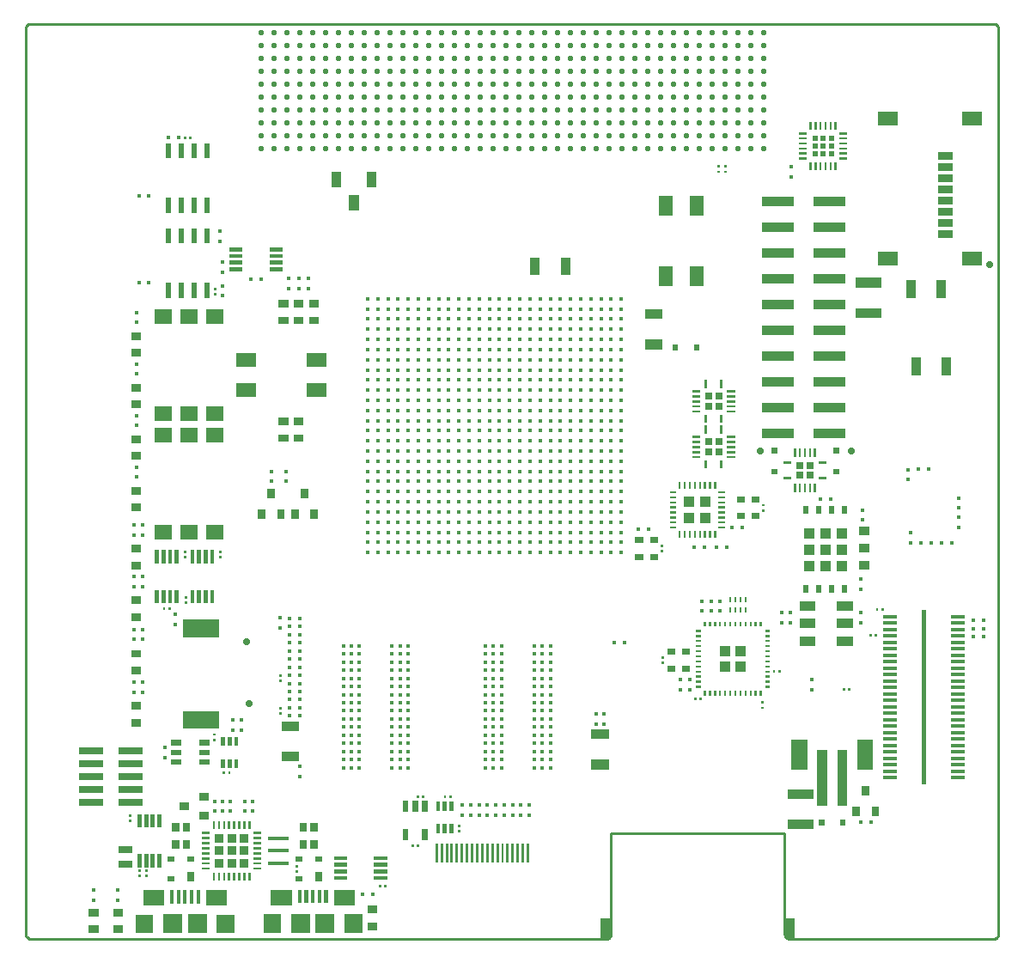
<source format=gbr>
*
%FSLAX26Y26*%
%MOIN*%
%ADD10C,0.015717*%
%ADD11R,0.007843X0.007843*%
%ADD12R,0.042094X0.042094*%
%ADD13R,0.040520X0.040520*%
%ADD14R,0.037370X0.037370*%
%ADD15R,0.009024X0.009024*%
%ADD16R,0.017685X0.017685*%
%ADD17R,0.021000X0.021000*%
%ADD18R,0.029496X0.029496*%
%ADD19R,0.014000X0.014000*%
%ADD20R,0.018000X0.018000*%
%ADD21R,0.009811X0.009811*%
%ADD22R,0.013748X0.013748*%
%ADD23R,0.060992X0.060992*%
%ADD24R,0.068866X0.068866*%
%ADD25R,0.072803X0.072803*%
%ADD26R,0.055087X0.055087*%
%ADD27R,0.033400X0.033400*%
%ADD28R,0.053118X0.053118*%
%ADD29C,0.028000*%
%ADD30R,0.029000X0.029000*%
%ADD31R,0.021622X0.021622*%
%ADD32R,0.015717X0.015717*%
%ADD33R,0.008630X0.008630*%
%ADD34R,0.032449X0.032449*%
%ADD35R,0.027528X0.027528*%
%ADD36R,0.019260X0.019260*%
%ADD37R,0.025559X0.025559*%
%ADD38R,0.057843X0.057843*%
%ADD39R,0.023591X0.023591*%
%ADD40R,0.039370X0.039370*%
%ADD41R,0.020047X0.020047*%
%ADD42C,0.023000*%
%ADD43R,0.027134X0.027134*%
%ADD44C,0.010000*%
%IPPOS*%
%LNciaa_acc-f.paste.gbr*%
%LPD*%
G75*
G54D10*
X02507874Y-03232283D03*
Y-03192913D03*
Y-03153543D03*
Y-03114173D03*
Y-03074803D03*
Y-03035433D03*
Y-02996063D03*
Y-02956693D03*
Y-02917323D03*
Y-02877953D03*
Y-02838583D03*
Y-02799213D03*
Y-02759843D03*
Y-02720472D03*
Y-02681102D03*
Y-02641732D03*
Y-02602362D03*
Y-02562992D03*
Y-02523622D03*
Y-02484252D03*
Y-02444882D03*
Y-02405512D03*
Y-02366142D03*
Y-02326772D03*
Y-02287402D03*
Y-02248031D03*
X02547244Y-03232283D03*
Y-03192913D03*
Y-03153543D03*
Y-03114173D03*
Y-03074803D03*
Y-03035433D03*
Y-02996063D03*
Y-02956693D03*
Y-02917323D03*
Y-02877953D03*
Y-02838583D03*
Y-02799213D03*
Y-02759843D03*
Y-02720472D03*
Y-02681102D03*
Y-02641732D03*
Y-02602362D03*
Y-02562992D03*
Y-02523622D03*
Y-02484252D03*
Y-02444882D03*
Y-02405512D03*
Y-02366142D03*
Y-02326772D03*
Y-02287402D03*
Y-02248031D03*
X02586614Y-03232283D03*
Y-03192913D03*
Y-03153543D03*
Y-03114173D03*
Y-03074803D03*
Y-03035433D03*
Y-02996063D03*
Y-02956693D03*
Y-02917323D03*
Y-02877953D03*
Y-02838583D03*
Y-02799213D03*
Y-02759843D03*
Y-02720472D03*
Y-02681102D03*
Y-02641732D03*
Y-02602362D03*
Y-02562992D03*
Y-02523622D03*
Y-02484252D03*
Y-02444882D03*
Y-02405512D03*
Y-02366142D03*
Y-02326772D03*
Y-02287402D03*
Y-02248031D03*
X02625984Y-03232283D03*
Y-03192913D03*
Y-03153543D03*
Y-03114173D03*
Y-03074803D03*
Y-03035433D03*
Y-02996063D03*
Y-02956693D03*
Y-02917323D03*
Y-02877953D03*
Y-02838583D03*
Y-02799213D03*
Y-02759843D03*
Y-02720472D03*
Y-02681102D03*
Y-02641732D03*
Y-02602362D03*
Y-02562992D03*
Y-02523622D03*
Y-02484252D03*
Y-02444882D03*
Y-02405512D03*
Y-02366142D03*
Y-02326772D03*
Y-02287402D03*
Y-02248031D03*
X02665354Y-03232283D03*
Y-03192913D03*
Y-03153543D03*
Y-03114173D03*
Y-03074803D03*
Y-03035433D03*
Y-02996063D03*
Y-02956693D03*
Y-02917323D03*
Y-02877953D03*
Y-02838583D03*
Y-02799213D03*
Y-02759843D03*
Y-02720472D03*
Y-02681102D03*
Y-02641732D03*
Y-02602362D03*
Y-02562992D03*
Y-02523622D03*
Y-02484252D03*
Y-02444882D03*
Y-02405512D03*
Y-02366142D03*
Y-02326772D03*
Y-02287402D03*
Y-02248031D03*
X02704724Y-03232283D03*
Y-03192913D03*
Y-03153543D03*
Y-03114173D03*
Y-03074803D03*
Y-03035433D03*
Y-02996063D03*
Y-02956693D03*
Y-02917323D03*
Y-02877953D03*
Y-02838583D03*
Y-02799213D03*
Y-02759843D03*
Y-02720472D03*
Y-02681102D03*
Y-02641732D03*
Y-02602362D03*
Y-02562992D03*
Y-02523622D03*
Y-02484252D03*
Y-02444882D03*
Y-02405512D03*
Y-02366142D03*
Y-02326772D03*
Y-02287402D03*
Y-02248031D03*
X02744094Y-03232283D03*
Y-03192913D03*
Y-03153543D03*
Y-03114173D03*
Y-03074803D03*
Y-03035433D03*
Y-02996063D03*
Y-02956693D03*
Y-02917323D03*
Y-02877953D03*
Y-02838583D03*
Y-02799213D03*
Y-02759843D03*
Y-02720472D03*
Y-02681102D03*
Y-02641732D03*
Y-02602362D03*
Y-02562992D03*
Y-02523622D03*
Y-02484252D03*
Y-02444882D03*
Y-02405512D03*
Y-02366142D03*
Y-02326772D03*
Y-02287402D03*
Y-02248031D03*
X02783465Y-03232283D03*
Y-03192913D03*
Y-03153543D03*
Y-03114173D03*
Y-03074803D03*
Y-03035433D03*
Y-02996063D03*
Y-02956693D03*
Y-02917323D03*
Y-02877953D03*
Y-02838583D03*
Y-02799213D03*
Y-02759843D03*
Y-02720472D03*
Y-02681102D03*
Y-02641732D03*
Y-02602362D03*
Y-02562992D03*
Y-02523622D03*
Y-02484252D03*
Y-02444882D03*
Y-02405512D03*
Y-02366142D03*
Y-02326772D03*
Y-02287402D03*
Y-02248031D03*
X02822835Y-03232283D03*
Y-03192913D03*
Y-03153543D03*
Y-03114173D03*
Y-03074803D03*
Y-03035433D03*
Y-02996063D03*
Y-02956693D03*
Y-02917323D03*
Y-02877953D03*
Y-02838583D03*
Y-02799213D03*
Y-02759843D03*
Y-02720472D03*
Y-02681102D03*
Y-02641732D03*
Y-02602362D03*
Y-02562992D03*
Y-02523622D03*
Y-02484252D03*
Y-02444882D03*
Y-02405512D03*
Y-02366142D03*
Y-02326772D03*
Y-02287402D03*
Y-02248031D03*
X02862205Y-03232283D03*
Y-03192913D03*
Y-03153543D03*
Y-03114173D03*
Y-03074803D03*
Y-03035433D03*
Y-02996063D03*
Y-02956693D03*
Y-02917323D03*
Y-02877953D03*
Y-02838583D03*
Y-02799213D03*
Y-02759843D03*
Y-02720472D03*
Y-02681102D03*
Y-02641732D03*
Y-02602362D03*
Y-02562992D03*
Y-02523622D03*
Y-02484252D03*
Y-02444882D03*
Y-02405512D03*
Y-02366142D03*
Y-02326772D03*
Y-02287402D03*
Y-02248031D03*
X02901575Y-03232283D03*
Y-03192913D03*
Y-03153543D03*
Y-03114173D03*
Y-03074803D03*
Y-03035433D03*
Y-02996063D03*
Y-02956693D03*
Y-02917323D03*
Y-02877953D03*
Y-02838583D03*
Y-02799213D03*
Y-02759843D03*
Y-02720472D03*
Y-02681102D03*
Y-02641732D03*
Y-02602362D03*
Y-02562992D03*
Y-02523622D03*
Y-02484252D03*
Y-02444882D03*
Y-02405512D03*
Y-02366142D03*
Y-02326772D03*
Y-02287402D03*
Y-02248031D03*
X02940945Y-03232283D03*
Y-03192913D03*
Y-03153543D03*
Y-03114173D03*
Y-03074803D03*
Y-03035433D03*
Y-02996063D03*
Y-02956693D03*
Y-02917323D03*
Y-02877953D03*
Y-02838583D03*
Y-02799213D03*
Y-02759843D03*
Y-02720472D03*
Y-02681102D03*
Y-02641732D03*
Y-02602362D03*
Y-02562992D03*
Y-02523622D03*
Y-02484252D03*
Y-02444882D03*
Y-02405512D03*
Y-02366142D03*
Y-02326772D03*
Y-02287402D03*
Y-02248031D03*
X02980315Y-03232283D03*
Y-03192913D03*
Y-03153543D03*
Y-03114173D03*
Y-03074803D03*
Y-03035433D03*
Y-02996063D03*
Y-02956693D03*
Y-02917323D03*
Y-02877953D03*
Y-02838583D03*
Y-02799213D03*
Y-02759843D03*
Y-02720472D03*
Y-02681102D03*
Y-02641732D03*
Y-02602362D03*
Y-02562992D03*
Y-02523622D03*
Y-02484252D03*
Y-02444882D03*
Y-02405512D03*
Y-02366142D03*
Y-02326772D03*
Y-02287402D03*
Y-02248031D03*
X03019685Y-03232283D03*
Y-03192913D03*
Y-03153543D03*
Y-03114173D03*
Y-03074803D03*
Y-03035433D03*
Y-02996063D03*
Y-02956693D03*
Y-02917323D03*
Y-02877953D03*
Y-02838583D03*
Y-02799213D03*
Y-02759843D03*
Y-02720472D03*
Y-02681102D03*
Y-02641732D03*
Y-02602362D03*
Y-02562992D03*
Y-02523622D03*
Y-02484252D03*
Y-02444882D03*
Y-02405512D03*
Y-02366142D03*
Y-02326772D03*
Y-02287402D03*
Y-02248031D03*
X03059055Y-03232283D03*
Y-03192913D03*
Y-03153543D03*
Y-03114173D03*
Y-03074803D03*
Y-03035433D03*
Y-02996063D03*
Y-02956693D03*
Y-02917323D03*
Y-02877953D03*
Y-02838583D03*
Y-02799213D03*
Y-02759843D03*
Y-02720472D03*
Y-02681102D03*
Y-02641732D03*
Y-02602362D03*
Y-02562992D03*
Y-02523622D03*
Y-02484252D03*
Y-02444882D03*
Y-02405512D03*
Y-02366142D03*
Y-02326772D03*
Y-02287402D03*
Y-02248031D03*
X03098425Y-03232283D03*
Y-03192913D03*
Y-03153543D03*
Y-03114173D03*
Y-03074803D03*
Y-03035433D03*
Y-02996063D03*
Y-02956693D03*
Y-02917323D03*
Y-02877953D03*
Y-02838583D03*
Y-02799213D03*
Y-02759843D03*
Y-02720472D03*
Y-02681102D03*
Y-02641732D03*
Y-02602362D03*
Y-02562992D03*
Y-02523622D03*
Y-02484252D03*
Y-02444882D03*
Y-02405512D03*
Y-02366142D03*
Y-02326772D03*
Y-02287402D03*
Y-02248031D03*
X03137795Y-03232283D03*
Y-03192913D03*
Y-03153543D03*
Y-03114173D03*
Y-03074803D03*
Y-03035433D03*
Y-02996063D03*
Y-02956693D03*
Y-02917323D03*
Y-02877953D03*
Y-02838583D03*
Y-02799213D03*
Y-02759843D03*
Y-02720472D03*
Y-02681102D03*
Y-02641732D03*
Y-02602362D03*
Y-02562992D03*
Y-02523622D03*
Y-02484252D03*
Y-02444882D03*
Y-02405512D03*
Y-02366142D03*
Y-02326772D03*
Y-02287402D03*
Y-02248031D03*
X03177165Y-03232283D03*
Y-03192913D03*
Y-03153543D03*
Y-03114173D03*
Y-03074803D03*
Y-03035433D03*
Y-02996063D03*
Y-02956693D03*
Y-02917323D03*
Y-02877953D03*
Y-02838583D03*
Y-02799213D03*
Y-02759843D03*
Y-02720472D03*
Y-02681102D03*
Y-02641732D03*
Y-02602362D03*
Y-02562992D03*
Y-02523622D03*
Y-02484252D03*
Y-02444882D03*
Y-02405512D03*
Y-02366142D03*
Y-02326772D03*
Y-02287402D03*
Y-02248031D03*
X03216535Y-03232283D03*
Y-03192913D03*
Y-03153543D03*
Y-03114173D03*
Y-03074803D03*
Y-03035433D03*
Y-02996063D03*
Y-02956693D03*
Y-02917323D03*
Y-02877953D03*
Y-02838583D03*
Y-02799213D03*
Y-02759843D03*
Y-02720472D03*
Y-02681102D03*
Y-02641732D03*
Y-02602362D03*
Y-02562992D03*
Y-02523622D03*
Y-02484252D03*
Y-02444882D03*
Y-02405512D03*
Y-02366142D03*
Y-02326772D03*
Y-02287402D03*
Y-02248031D03*
X03255906Y-03232283D03*
Y-03192913D03*
Y-03153543D03*
Y-03114173D03*
Y-03074803D03*
Y-03035433D03*
Y-02996063D03*
Y-02956693D03*
Y-02917323D03*
Y-02877953D03*
Y-02838583D03*
Y-02799213D03*
Y-02759843D03*
Y-02720472D03*
Y-02681102D03*
Y-02641732D03*
Y-02602362D03*
Y-02562992D03*
Y-02523622D03*
Y-02484252D03*
Y-02444882D03*
Y-02405512D03*
Y-02366142D03*
Y-02326772D03*
Y-02287402D03*
Y-02248031D03*
X03295276Y-03232283D03*
Y-03192913D03*
Y-03153543D03*
Y-03114173D03*
Y-03074803D03*
Y-03035433D03*
Y-02996063D03*
Y-02956693D03*
Y-02917323D03*
Y-02877953D03*
Y-02838583D03*
Y-02799213D03*
Y-02759843D03*
Y-02720472D03*
Y-02681102D03*
Y-02641732D03*
Y-02602362D03*
Y-02562992D03*
Y-02523622D03*
Y-02484252D03*
Y-02444882D03*
Y-02405512D03*
Y-02366142D03*
Y-02326772D03*
Y-02287402D03*
Y-02248031D03*
X03334646Y-03232283D03*
Y-03192913D03*
Y-03153543D03*
Y-03114173D03*
Y-03074803D03*
Y-03035433D03*
Y-02996063D03*
Y-02956693D03*
Y-02917323D03*
Y-02877953D03*
Y-02838583D03*
Y-02799213D03*
Y-02759843D03*
Y-02720472D03*
Y-02681102D03*
Y-02641732D03*
Y-02602362D03*
Y-02562992D03*
Y-02523622D03*
Y-02484252D03*
Y-02444882D03*
Y-02405512D03*
Y-02366142D03*
Y-02326772D03*
Y-02287402D03*
Y-02248031D03*
X03374016Y-03232283D03*
Y-03192913D03*
Y-03153543D03*
Y-03114173D03*
Y-03074803D03*
Y-03035433D03*
Y-02996063D03*
Y-02956693D03*
Y-02917323D03*
Y-02877953D03*
Y-02838583D03*
Y-02799213D03*
Y-02759843D03*
Y-02720472D03*
Y-02681102D03*
Y-02641732D03*
Y-02602362D03*
Y-02562992D03*
Y-02523622D03*
Y-02484252D03*
Y-02444882D03*
Y-02405512D03*
Y-02366142D03*
Y-02326772D03*
Y-02287402D03*
Y-02248031D03*
X03413386Y-03232283D03*
Y-03192913D03*
Y-03153543D03*
Y-03114173D03*
Y-03074803D03*
Y-03035433D03*
Y-02996063D03*
Y-02956693D03*
Y-02917323D03*
Y-02877953D03*
Y-02838583D03*
Y-02799213D03*
Y-02759843D03*
Y-02720472D03*
Y-02681102D03*
Y-02641732D03*
Y-02602362D03*
Y-02562992D03*
Y-02523622D03*
Y-02484252D03*
Y-02444882D03*
Y-02405512D03*
Y-02366142D03*
Y-02326772D03*
Y-02287402D03*
Y-02248031D03*
X03452756Y-03232283D03*
Y-03192913D03*
Y-03153543D03*
Y-03114173D03*
Y-03074803D03*
Y-03035433D03*
Y-02996063D03*
Y-02956693D03*
Y-02917323D03*
Y-02877953D03*
Y-02838583D03*
Y-02799213D03*
Y-02759843D03*
Y-02720472D03*
Y-02681102D03*
Y-02641732D03*
Y-02602362D03*
Y-02562992D03*
Y-02523622D03*
Y-02484252D03*
Y-02444882D03*
Y-02405512D03*
Y-02366142D03*
Y-02326772D03*
Y-02287402D03*
Y-02248031D03*
X03492126Y-03232283D03*
Y-03192913D03*
Y-03153543D03*
Y-03114173D03*
Y-03074803D03*
Y-03035433D03*
Y-02996063D03*
Y-02956693D03*
Y-02917323D03*
Y-02877953D03*
Y-02838583D03*
Y-02799213D03*
Y-02759843D03*
Y-02720472D03*
Y-02681102D03*
Y-02641732D03*
Y-02602362D03*
Y-02562992D03*
Y-02523622D03*
Y-02484252D03*
Y-02444882D03*
Y-02405512D03*
Y-02366142D03*
Y-02326772D03*
Y-02287402D03*
Y-02248031D03*
X02413386Y-03594488D03*
X02444882D03*
X02476378D03*
X02602362D03*
X02633858D03*
X02665354D03*
X02413386Y-03625984D03*
X02444882D03*
X02476378D03*
X02602362D03*
X02633858D03*
X02665354D03*
X02413386Y-03657480D03*
X02444882D03*
X02476378D03*
X02602362D03*
X02633858D03*
X02665354D03*
X02413386Y-03688976D03*
X02444882D03*
X02476378D03*
X02602362D03*
X02633858D03*
X02665354D03*
X02413386Y-03720472D03*
X02444882D03*
X02476378D03*
X02602362D03*
X02633858D03*
X02665354D03*
X02413386Y-03751969D03*
X02444882D03*
X02476378D03*
X02602362D03*
X02633858D03*
X02665354D03*
X02413386Y-03783465D03*
X02444882D03*
X02476378D03*
X02602362D03*
X02633858D03*
X02665354D03*
X02413386Y-03814961D03*
X02444882D03*
X02476378D03*
X02602362D03*
X02633858D03*
X02665354D03*
X02413386Y-03846457D03*
X02444882D03*
X02476378D03*
X02602362D03*
X02633858D03*
X02665354D03*
X02413386Y-03877953D03*
X02444882D03*
X02476378D03*
X02602362D03*
X02633858D03*
X02665354D03*
X02413386Y-03909449D03*
X02444882D03*
X02476378D03*
X02602362D03*
X02633858D03*
X02665354D03*
X02413386Y-03940945D03*
X02444882D03*
X02476378D03*
X02602362D03*
X02633858D03*
X02665354D03*
X02413386Y-03972441D03*
X02444882D03*
X02476378D03*
X02602362D03*
X02633858D03*
X02665354D03*
X02413386Y-04003937D03*
X02444882D03*
X02476378D03*
X02602362D03*
X02633858D03*
X02665354D03*
X02413386Y-04035433D03*
X02444882D03*
X02476378D03*
X02602362D03*
X02633858D03*
X02665354D03*
X02413386Y-04066929D03*
X02444882D03*
X02476378D03*
X02602362D03*
X02633858D03*
X02665354D03*
X02964567Y-03594488D03*
X02996063D03*
X03027559D03*
X03153543D03*
X03185039D03*
X03216535D03*
X02964567Y-03625984D03*
X02996063D03*
X03027559D03*
X03153543D03*
X03185039D03*
X03216535D03*
X02964567Y-03657480D03*
X02996063D03*
X03027559D03*
X03153543D03*
X03185039D03*
X03216535D03*
X02964567Y-03688976D03*
X02996063D03*
X03027559D03*
X03153543D03*
X03185039D03*
X03216535D03*
X02964567Y-03720472D03*
X02996063D03*
X03027559D03*
X03153543D03*
X03185039D03*
X03216535D03*
X02964567Y-03751969D03*
X02996063D03*
X03027559D03*
X03153543D03*
X03185039D03*
X03216535D03*
X02964567Y-03783465D03*
X02996063D03*
X03027559D03*
X03153543D03*
X03185039D03*
X03216535D03*
X02964567Y-03814961D03*
X02996063D03*
X03027559D03*
X03153543D03*
X03185039D03*
X03216535D03*
X02964567Y-03846457D03*
X02996063D03*
X03027559D03*
X03153543D03*
X03185039D03*
X03216535D03*
X02964567Y-03877953D03*
X02996063D03*
X03027559D03*
X03153543D03*
X03185039D03*
X03216535D03*
X02964567Y-03909449D03*
X02996063D03*
X03027559D03*
X03153543D03*
X03185039D03*
X03216535D03*
X02964567Y-03940945D03*
X02996063D03*
X03027559D03*
X03153543D03*
X03185039D03*
X03216535D03*
X02964567Y-03972441D03*
X02996063D03*
X03027559D03*
X03153543D03*
X03185039D03*
X03216535D03*
X02964567Y-04003937D03*
X02996063D03*
X03027559D03*
X03153543D03*
X03185039D03*
X03216535D03*
X02964567Y-04035433D03*
X02996063D03*
X03027559D03*
X03153543D03*
X03185039D03*
X03216535D03*
X02964567Y-04066929D03*
X02996063D03*
X03027559D03*
X03153543D03*
X03185039D03*
X03216535D03*
G54D11*
X03856299Y-02981299D02*
Y-02963583D01*
X03836614Y-02981299D02*
Y-02963583D01*
X03816929Y-02981299D02*
Y-02963583D01*
X03797244Y-02981299D02*
Y-02963583D01*
X03777559Y-02981299D02*
Y-02963583D01*
X03757874Y-02981299D02*
Y-02963583D01*
X03738189Y-02981299D02*
Y-02963583D01*
X03718504Y-02981299D02*
Y-02963583D01*
X03684055Y-02998031D02*
X03701771D01*
X03684055Y-03017717D02*
X03701771D01*
X03684055Y-03037402D02*
X03701771D01*
X03684055Y-03057087D02*
X03701771D01*
X03684055Y-03076772D02*
X03701771D01*
X03684055Y-03096457D02*
X03701771D01*
X03684055Y-03116142D02*
X03701771D01*
X03684055Y-03135827D02*
X03701771D01*
X03718504Y-03170275D02*
Y-03152559D01*
X03738189Y-03170275D02*
Y-03152559D01*
X03757874Y-03170275D02*
Y-03152559D01*
X03777559Y-03170275D02*
Y-03152559D01*
X03797244Y-03170275D02*
Y-03152559D01*
X03816929Y-03170275D02*
Y-03152559D01*
X03836614Y-03170275D02*
Y-03152559D01*
X03856299Y-03170275D02*
Y-03152559D01*
X03873032Y-03135827D02*
X03890748D01*
X03873032Y-03116142D02*
X03890748D01*
X03873032Y-03096457D02*
X03890748D01*
X03873032Y-03076772D02*
X03890748D01*
X03873032Y-03057087D02*
X03890748D01*
X03873032Y-03037402D02*
X03890748D01*
X03873032Y-03017717D02*
X03890748D01*
X03873032Y-02998031D02*
X03890748D01*
G54D12*
X03755906Y-03098425D03*
X03818898D03*
X03755906Y-03035433D03*
X03818898D03*
G54D13*
X03431417Y-04709291D02*
Y-04670709D01*
X04145984Y-04709291D02*
Y-04670709D01*
G54D14*
X03393701Y-04055118D02*
X03425197D01*
X03393701Y-03937008D02*
X03425197D01*
X02192913Y-04023622D02*
X02224409D01*
X02192913Y-03905512D02*
X02224409D01*
G54D15*
X02168898Y-03730906D02*
X02169685D01*
X02168898Y-03710039D02*
X02169685D01*
X02168898Y-03836024D02*
X02169685D01*
X02168898Y-03856890D02*
X02169685D01*
G54D16*
X04800000Y-03020315D03*
Y-03059685D03*
X04605000Y-02949685D03*
Y-02910315D03*
G54D14*
X04635945Y-02525748D02*
Y-02494252D01*
X04754055Y-02525748D02*
Y-02494252D01*
G54D15*
X01912992Y-03959252D02*
X01913779D01*
X01912992Y-03938386D02*
X01913779D01*
X01950197Y-04087008D02*
Y-04086221D01*
X01971063Y-04087008D02*
Y-04086221D01*
X04355709Y-03765394D02*
Y-03764606D01*
X04376575Y-03765394D02*
Y-03764606D01*
X01621654Y-04486811D02*
X01622441D01*
X01621654Y-04465945D02*
X01622441D01*
X01649213Y-04486811D02*
X01650000D01*
X01649213Y-04465945D02*
X01650000D01*
X02829331Y-04181496D02*
Y-04180709D01*
X02808465Y-04181496D02*
Y-04180709D01*
X02861811Y-04292717D02*
X02862598D01*
X02861811Y-04313583D02*
X02862598D01*
G54D16*
X01944882Y-02196850D03*
Y-02236220D03*
X01736220Y-01622047D03*
X01775591D03*
X02094488Y-02173228D03*
X02055118D03*
G54D15*
X01802756Y-03427756D02*
X01803543D01*
X01802756Y-03406890D02*
X01803543D01*
X01936614Y-03250591D02*
X01937401D01*
X01936614Y-03229724D02*
X01937401D01*
X01738780Y-03449212D02*
Y-03448425D01*
X01717913Y-03449212D02*
Y-03448425D01*
X01798819Y-03250591D02*
X01799606D01*
X01798819Y-03229724D02*
X01799606D01*
X03649213Y-03206102D02*
X03650000D01*
X03649213Y-03226969D02*
X03650000D01*
G54D16*
X04421260Y-03334646D03*
Y-03374016D03*
G54D14*
X03157480Y-02137795D02*
Y-02106299D01*
X03275591Y-02137795D02*
Y-02106299D01*
X03602362Y-02307087D02*
X03633858D01*
X03602362Y-02425197D02*
X03633858D01*
G54D15*
X04042914Y-03069488D02*
X04043701D01*
X04042914Y-03048622D02*
X04043701D01*
X04084567Y-03695394D02*
Y-03694606D01*
X04105433Y-03695394D02*
Y-03694606D01*
X03800433Y-03800394D02*
Y-03799606D01*
X03779567Y-03800394D02*
Y-03799606D01*
X04039606Y-03814567D02*
X04040394D01*
X04039606Y-03835433D02*
X04040394D01*
X03653150Y-03639173D02*
X03653937D01*
X03653150Y-03660039D02*
X03653937D01*
X03869606Y-01734567D02*
X03870394D01*
X03869606Y-01755433D02*
X03870394D01*
X03894606Y-01734567D02*
X03895394D01*
X03894606Y-01755433D02*
X03895394D01*
G54D17*
X04352559Y-04281528D02*
Y-04277528D01*
X04269488Y-04281528D02*
Y-04277528D01*
X04084614Y-02919488D02*
X04088614D01*
X04084614Y-02836417D02*
X04088614D01*
X04324772Y-02919488D02*
X04328772D01*
X04324772Y-02836417D02*
X04328772D01*
X03702559Y-02439008D02*
Y-02435008D01*
X03785630Y-02439008D02*
Y-02435008D01*
G54D18*
X02236220Y-02331693D02*
X02244094D01*
X02236220Y-02266732D02*
X02244094D01*
X02177165D02*
X02185039D01*
X02177165Y-02331693D02*
X02185039D01*
X02295276D02*
X02303150D01*
X02295276Y-02266732D02*
X02303150D01*
X01440945Y-04628937D02*
X01448819D01*
X01440945Y-04693898D02*
X01448819D01*
X01535433Y-04628937D02*
X01543307D01*
X01535433Y-04693898D02*
X01543307D01*
X01606063Y-03282480D02*
X01613937D01*
X01606063Y-03217520D02*
X01613937D01*
X01606063Y-03482480D02*
X01613937D01*
X01606063Y-03417520D02*
X01613937D01*
X01606063Y-03690000D02*
X01613937D01*
X01606063Y-03625039D02*
X01613937D01*
X01606063Y-03892480D02*
X01613937D01*
X01606063Y-03827520D02*
X01613937D01*
X02523622Y-04682087D02*
X02531496D01*
X02523622Y-04617126D02*
X02531496D01*
X02177165Y-02723425D02*
X02185039D01*
X02177165Y-02788386D02*
X02185039D01*
X02236220Y-02723425D02*
X02244094D01*
X02236220Y-02788386D02*
X02244094D01*
G54D19*
X04514142Y-04106024D02*
X04553142D01*
X04514142Y-04081024D02*
X04553142D01*
X04514142Y-04056024D02*
X04553142D01*
X04514142Y-04031024D02*
X04553142D01*
X04514142Y-04006024D02*
X04553142D01*
X04514142Y-03981024D02*
X04553142D01*
X04514142Y-03956024D02*
X04553142D01*
X04514142Y-03931024D02*
X04553142D01*
X04514142Y-03906024D02*
X04553142D01*
X04514142Y-03881024D02*
X04553142D01*
X04514142Y-03856024D02*
X04553142D01*
X04514142Y-03831024D02*
X04553142D01*
X04514142Y-03806024D02*
X04553142D01*
X04514142Y-03781024D02*
X04553142D01*
X04514142Y-03756024D02*
X04553142D01*
X04514142Y-03731024D02*
X04553142D01*
X04514142Y-03706024D02*
X04553142D01*
X04514142Y-03681024D02*
X04553142D01*
X04514142Y-03656024D02*
X04553142D01*
X04514142Y-03631024D02*
X04553142D01*
X04514142Y-03606024D02*
X04553142D01*
X04514142Y-03581024D02*
X04553142D01*
X04514142Y-03556024D02*
X04553142D01*
X04514142Y-03531024D02*
X04553142D01*
X04514142Y-03506024D02*
X04553142D01*
X04514142Y-03481024D02*
X04553142D01*
X04779142Y-04081024D02*
X04818142D01*
X04779142Y-04006024D02*
X04818142D01*
X04779142Y-04056024D02*
X04818142D01*
X04779142Y-04106024D02*
X04818142D01*
X04779142Y-04031024D02*
X04818142D01*
X04779142Y-03556024D02*
X04818142D01*
X04779142Y-03581024D02*
X04818142D01*
X04779142Y-03506024D02*
X04818142D01*
X04779142Y-03481024D02*
X04818142D01*
X04779142Y-03531024D02*
X04818142D01*
X04779142Y-03881024D02*
X04818142D01*
X04779142Y-03856024D02*
X04818142D01*
X04779142Y-03956024D02*
X04818142D01*
X04779142Y-03931024D02*
X04818142D01*
X04779142Y-03981024D02*
X04818142D01*
X04779142Y-03906024D02*
X04818142D01*
X04779142Y-03781024D02*
X04818142D01*
X04779142Y-03831024D02*
X04818142D01*
X04779142Y-03731024D02*
X04818142D01*
X04779142Y-03756024D02*
X04818142D01*
X04779142Y-03806024D02*
X04818142D01*
X04779142Y-03706024D02*
X04818142D01*
X04779142Y-03631024D02*
X04818142D01*
X04779142Y-03681024D02*
X04818142D01*
X04779142Y-03656024D02*
X04818142D01*
X04779142Y-03606024D02*
X04818142D01*
G54D20*
X04666142Y-04123524D02*
Y-03463524D01*
G54D21*
X02775591Y-04429134D02*
Y-04366142D01*
X03129921Y-04429134D02*
Y-04366142D01*
X02795276Y-04429134D02*
Y-04366142D01*
X02814961Y-04429134D02*
Y-04366142D01*
X02834646Y-04429134D02*
Y-04366142D01*
X02854331Y-04429134D02*
Y-04366142D01*
X02874016Y-04429134D02*
Y-04366142D01*
X02893701Y-04429134D02*
Y-04366142D01*
X02913386Y-04429134D02*
Y-04366142D01*
X02933071Y-04429134D02*
Y-04366142D01*
X02952756Y-04429134D02*
Y-04366142D01*
X02972441Y-04429134D02*
Y-04366142D01*
X02992126Y-04429134D02*
Y-04366142D01*
X03011811Y-04429134D02*
Y-04366142D01*
X03031496Y-04429134D02*
Y-04366142D01*
X03051181Y-04429134D02*
Y-04366142D01*
X03070866Y-04429134D02*
Y-04366142D01*
X03090551Y-04429134D02*
Y-04366142D01*
X03110236Y-04429134D02*
Y-04366142D01*
G54D22*
X01799213Y-04586614D02*
Y-04549212D01*
X01773622Y-04586614D02*
Y-04549212D01*
X01824803Y-04586614D02*
Y-04549212D01*
X01748031Y-04586614D02*
Y-04549212D01*
X01850394Y-04586614D02*
Y-04549212D01*
G54D23*
X01667323Y-04572835D02*
X01687008D01*
X01911417D02*
X01931102D01*
G54D24*
X01641732Y-04675197D02*
Y-04671260D01*
X01956693Y-04675197D02*
Y-04671260D01*
G54D25*
X01751969Y-04673228D03*
X01846457D03*
G54D14*
X04350394Y-04194882D02*
Y-04017717D01*
X04271654Y-04194882D02*
Y-04017717D01*
G54D23*
X04183071Y-04045275D02*
Y-03990158D01*
X04438976Y-04045275D02*
Y-03990158D01*
G54D22*
X02295276Y-04585630D02*
Y-04548228D01*
X02269685Y-04585630D02*
Y-04548228D01*
X02320866Y-04585630D02*
Y-04548228D01*
X02244094Y-04585630D02*
Y-04548228D01*
X02346457Y-04585630D02*
Y-04548228D01*
G54D23*
X02163386Y-04571850D02*
X02183071D01*
X02407480D02*
X02427165D01*
G54D24*
X02137795Y-04674213D02*
Y-04670276D01*
X02452756Y-04674213D02*
Y-04670276D01*
G54D25*
X02248031Y-04672244D03*
X02342520D03*
G54D26*
X04842559Y-02091654D02*
X04864212D01*
X04842559Y-01548346D02*
X04864212D01*
X04515788Y-02091654D02*
X04537441D01*
X04515788Y-01548346D02*
X04537441D01*
G54D18*
X04737244Y-01997165D02*
X04764803D01*
X04737244Y-01953858D02*
X04764803D01*
X04737244Y-01910551D02*
X04764803D01*
X04737244Y-01867244D02*
X04764803D01*
X04737244Y-01823937D02*
X04764803D01*
X04737244Y-01780630D02*
X04764803D01*
X04737244Y-01737323D02*
X04764803D01*
X04737244Y-01694016D02*
X04764803D01*
G54D27*
X04433000Y-03215000D02*
X04437000D01*
X04433000Y-03148071D02*
X04437000D01*
X04433000Y-03281929D02*
X04437000D01*
G54D24*
X01826772Y-03881890D02*
X01897638D01*
X01826772Y-03527559D02*
X01897638D01*
G54D18*
X01870079Y-04253937D02*
X01877953D01*
X01791339Y-04216535D02*
X01799213D01*
X01870079Y-04179134D02*
X01877953D01*
X04403543Y-04240157D02*
Y-04232283D01*
X04440945Y-04161417D02*
Y-04153543D01*
X04478346Y-04240157D02*
Y-04232283D01*
X02096457Y-03086614D02*
Y-03078740D01*
X02133858Y-03007874D02*
Y-03000000D01*
X02171260Y-03086614D02*
Y-03078740D01*
X02226378Y-03086614D02*
Y-03078740D01*
X02263780Y-03007874D02*
Y-03000000D01*
X02301181Y-03086614D02*
Y-03078740D01*
G54D16*
X02204724Y-03708661D03*
X02244094D03*
X02204724Y-03614173D03*
X02244094D03*
X02204724Y-03645669D03*
X02244094D03*
X02204724Y-03551181D03*
X02244094D03*
X02204724Y-03488189D03*
X02244094D03*
X02204724Y-03582677D03*
X02244094D03*
X02204724Y-03740157D03*
X02244094D03*
X02204724Y-03519685D03*
X02244094D03*
X02204724Y-03771654D03*
X02244094D03*
X02204724Y-03677165D03*
X02244094D03*
X02204724Y-03803150D03*
X02244094D03*
X02204724Y-03834646D03*
X02244094D03*
X02204724Y-03866142D03*
X02244094D03*
X03503937Y-03582677D03*
X03464567D03*
X04615000Y-03155315D03*
Y-03194685D03*
X04774685Y-03195000D03*
X04735315D03*
X04800000Y-03134685D03*
Y-03095315D03*
X04655315Y-03195000D03*
X04694685D03*
X04645315Y-02910000D03*
X04684685D03*
X01984252Y-03881890D03*
Y-03921260D03*
X02019685Y-03881890D03*
Y-03921260D03*
X04897638Y-03559055D03*
X04858268D03*
X04232087Y-03765000D03*
Y-03725630D03*
X03133858Y-04212598D03*
Y-04251969D03*
X03102362Y-04212598D03*
Y-04251969D03*
X03070866Y-04212598D03*
Y-04251969D03*
X03039370Y-04212598D03*
Y-04251969D03*
X03003937Y-04212598D03*
Y-04251969D03*
X02972441Y-04212598D03*
Y-04251969D03*
X02940945Y-04212598D03*
Y-04251969D03*
X02909449Y-04212598D03*
Y-04251969D03*
X02874016D03*
Y-04212598D03*
X01913386Y-04236220D03*
Y-04196850D03*
X01976378D03*
Y-04236220D03*
X01944882Y-04196850D03*
Y-04236220D03*
Y-02106299D03*
Y-02145669D03*
X02240157Y-02208661D03*
Y-02169291D03*
X02200787Y-02208661D03*
Y-02169291D03*
X02279528Y-02208661D03*
Y-02169291D03*
X01444882Y-04582677D03*
Y-04543307D03*
X01539370Y-04582677D03*
Y-04543307D03*
X04421260Y-04279528D03*
X04460630D03*
X01600000Y-03164685D03*
Y-03125315D03*
Y-03364685D03*
Y-03325315D03*
Y-03569685D03*
Y-03530315D03*
Y-03774685D03*
Y-03735315D03*
X01635000Y-03125000D03*
Y-03164370D03*
Y-03325315D03*
Y-03364685D03*
Y-03530315D03*
Y-03569685D03*
Y-03735315D03*
Y-03774685D03*
X01610000Y-02340000D03*
Y-02300630D03*
Y-02539685D03*
Y-02500315D03*
Y-02739685D03*
Y-02700315D03*
Y-02939685D03*
Y-02900315D03*
X03598425Y-03141732D03*
X03559055D03*
X02062992Y-04236220D03*
Y-04196850D03*
X02031496Y-04236220D03*
Y-04196850D03*
X04897638Y-03496063D03*
X04858268D03*
X04897638Y-03527559D03*
X04858268D03*
X04149606Y-03464567D03*
Y-03503937D03*
X04303150Y-03023622D03*
X04263780D03*
X01935000Y-01985315D03*
Y-02024685D03*
X04114173Y-03503937D03*
Y-03464567D03*
X01659685Y-01850000D03*
X01620315D03*
Y-02185000D03*
X01659685D03*
X04421260Y-03464567D03*
Y-03503937D03*
X04429134Y-03106299D03*
Y-03066929D03*
X04150000Y-01735315D03*
Y-01774685D03*
X02488189Y-04559055D03*
X02527559D03*
X03814961Y-03212598D03*
X03775591D03*
X03862205D03*
X03901575D03*
X03921260Y-03133858D03*
X03960630D03*
X03805000Y-03420315D03*
Y-03459685D03*
X03840000Y-03420315D03*
Y-03459685D03*
X03875000Y-03420315D03*
Y-03459685D03*
X03759685Y-03725000D03*
X03720315D03*
Y-03765000D03*
X03759685D03*
X02133858Y-02956693D03*
Y-02917323D03*
X02192913D03*
Y-02956693D03*
G54D11*
X03974528Y-03459606D02*
Y-03449764D01*
X03954843Y-03459606D02*
Y-03449764D01*
X03935157Y-03459606D02*
Y-03449764D01*
X03915472Y-03459606D02*
Y-03449764D01*
X03974528Y-03420236D02*
Y-03410394D01*
X03954843Y-03420236D02*
Y-03410394D01*
X03935157Y-03420236D02*
Y-03410394D01*
X03915472Y-03420236D02*
Y-03410394D01*
G54D28*
X02023622Y-02484252D02*
X02047244D01*
X02023622Y-02602362D02*
X02047244D01*
X02299213Y-02484252D02*
X02322835D01*
X02299213Y-02602362D02*
X02322835D01*
X03665354Y-02173228D02*
Y-02149606D01*
X03783465Y-02173228D02*
Y-02149606D01*
X03665354Y-01897638D02*
Y-01874016D01*
X03783465Y-01897638D02*
Y-01874016D01*
G54D14*
X04157480Y-04169291D02*
X04220472D01*
X04157480Y-04287402D02*
X04220472D01*
X04421260Y-02303150D02*
X04484252D01*
X04421260Y-02185039D02*
X04484252D01*
G54D29*
X04921260Y-02114173D03*
X04385827Y-02838583D03*
X04031496D03*
X02039370Y-03578740D03*
X02047244Y-03818898D03*
G54D30*
X01804465Y-04366209D02*
Y-04362209D01*
X01762465Y-04366209D02*
Y-04362209D01*
X01804465Y-04299209D02*
Y-04295209D01*
X01762465Y-04299209D02*
Y-04295209D01*
X02300528Y-04366209D02*
Y-04362209D01*
X02258528Y-04366209D02*
Y-04362209D01*
X02300528Y-04299209D02*
Y-04295209D01*
X02258528Y-04299209D02*
Y-04295209D01*
G54D31*
X01753937Y-03970472D02*
X01773622D01*
X01753937Y-04045276D02*
X01773622D01*
X01753937Y-04007874D02*
X01773622D01*
X01864173Y-04045276D02*
X01883858D01*
X01864173Y-03970472D02*
X01883858D01*
X01864173Y-04007874D02*
X01883858D01*
G54D32*
X01946850Y-04061024D02*
Y-04041339D01*
X01972441Y-04061024D02*
Y-04041339D01*
X01998031Y-04061024D02*
Y-04041339D01*
Y-03974409D02*
Y-03954725D01*
X01946850Y-03974409D02*
Y-03954725D01*
X01972441Y-03974409D02*
Y-03954725D01*
X01623031Y-04290354D02*
Y-04254921D01*
X01648622Y-04290354D02*
Y-04254921D01*
X01674213Y-04290354D02*
Y-04254921D01*
X01699803Y-04290354D02*
Y-04254921D01*
X01623031Y-04445866D02*
Y-04410433D01*
X01648622Y-04445866D02*
Y-04410433D01*
X01674213Y-04445866D02*
Y-04410433D01*
X01699803Y-04445866D02*
Y-04410433D01*
X02832677Y-04226378D02*
Y-04206693D01*
X02807087Y-04226378D02*
Y-04206693D01*
X02781496Y-04226378D02*
Y-04206693D01*
Y-04312992D02*
Y-04293307D01*
X02832677Y-04312992D02*
Y-04293307D01*
X02807087Y-04312992D02*
Y-04293307D01*
G54D31*
X02730315Y-04226378D02*
Y-04206693D01*
X02655512Y-04226378D02*
Y-04206693D01*
X02692913Y-04226378D02*
Y-04206693D01*
X02655512Y-04336614D02*
Y-04316929D01*
X02730315Y-04336614D02*
Y-04316929D01*
G54D33*
X02069291Y-04458661D02*
X02092126D01*
X02069291Y-04438976D02*
X02092126D01*
X02069291Y-04419291D02*
X02092126D01*
X02069291Y-04399606D02*
X02092126D01*
X02069291Y-04379921D02*
X02092126D01*
X02069291Y-04360236D02*
X02092126D01*
X02069291Y-04340551D02*
X02092126D01*
X02069291Y-04320866D02*
X02092126D01*
X02049213Y-04300788D02*
Y-04277953D01*
X02029528Y-04300788D02*
Y-04277953D01*
X02009843Y-04300788D02*
Y-04277953D01*
X01990157Y-04300788D02*
Y-04277953D01*
X01970472Y-04300788D02*
Y-04277953D01*
X01950787Y-04300788D02*
Y-04277953D01*
X01931102Y-04300788D02*
Y-04277953D01*
X01911417Y-04300788D02*
Y-04277953D01*
X01868504Y-04320866D02*
X01891339D01*
X01868504Y-04340551D02*
X01891339D01*
X01868504Y-04360236D02*
X01891339D01*
X01868504Y-04379921D02*
X01891339D01*
X01868504Y-04399606D02*
X01891339D01*
X01868504Y-04419291D02*
X01891339D01*
X01868504Y-04438976D02*
X01891339D01*
X01868504Y-04458661D02*
X01891339D01*
X01911417Y-04501575D02*
Y-04478740D01*
X01931102Y-04501575D02*
Y-04478740D01*
X01950787Y-04501575D02*
Y-04478740D01*
X01970472Y-04501575D02*
Y-04478740D01*
X01990157Y-04501575D02*
Y-04478740D01*
X02009843Y-04501575D02*
Y-04478740D01*
X02029528Y-04501575D02*
Y-04478740D01*
X02049213Y-04501575D02*
Y-04478740D01*
G54D34*
X01931102Y-04340551D03*
Y-04438976D03*
X02029528Y-04340551D03*
X01980315Y-04438976D03*
X01931102Y-04389764D03*
X01980315D03*
X02029528D03*
X01980315Y-04340551D03*
X02029528Y-04438976D03*
G54D32*
X01979331Y-02132874D02*
X02014764D01*
X01979331Y-02107283D02*
X02014764D01*
X01979331Y-02081693D02*
X02014764D01*
X01979331Y-02056102D02*
X02014764D01*
X02134843Y-02132874D02*
X02170275D01*
X02134843Y-02107283D02*
X02170275D01*
X02134843Y-02081693D02*
X02170275D01*
X02134843Y-02056102D02*
X02170275D01*
G54D35*
X01821850Y-04494685D02*
Y-04486418D01*
G54D36*
X01740945Y-04422835D02*
X01749213D01*
X01817716D02*
X01825984D01*
X01740945Y-04498425D02*
X01749213D01*
G54D15*
X03771260Y-02645669D02*
X03793701D01*
X03771260Y-02625984D02*
X03793701D01*
X03771260Y-02606299D02*
X03793701D01*
X03771260Y-02665354D02*
X03793701D01*
X03771260Y-02685039D02*
X03793701D01*
X03907087Y-02645669D02*
X03929528D01*
X03907087Y-02625984D02*
X03929528D01*
X03907087Y-02606299D02*
X03929528D01*
X03907087Y-02665354D02*
X03929528D01*
X03907087Y-02685039D02*
X03929528D01*
X03879921Y-02588976D02*
Y-02566535D01*
X03820866Y-02588976D02*
Y-02566535D01*
Y-02724803D02*
Y-02702362D01*
X03879921Y-02724803D02*
Y-02702362D01*
G54D37*
X03870079Y-02625984D03*
Y-02665354D03*
X03830709D03*
Y-02625984D03*
G54D15*
X03771260Y-02822835D02*
X03793701D01*
X03771260Y-02803150D02*
X03793701D01*
X03771260Y-02783465D02*
X03793701D01*
X03771260Y-02842520D02*
X03793701D01*
X03771260Y-02862205D02*
X03793701D01*
X03907087Y-02822835D02*
X03929528D01*
X03907087Y-02803150D02*
X03929528D01*
X03907087Y-02783465D02*
X03929528D01*
X03907087Y-02842520D02*
X03929528D01*
X03907087Y-02862205D02*
X03929528D01*
X03879921Y-02766142D02*
Y-02743701D01*
X03820866Y-02766142D02*
Y-02743701D01*
Y-02901969D02*
Y-02879528D01*
X03879921Y-02901969D02*
Y-02879528D01*
G54D37*
X03870079Y-02803150D03*
Y-02842520D03*
X03830709D03*
Y-02803150D03*
G54D15*
X04204724Y-02992520D02*
Y-02970079D01*
X04185039Y-02992520D02*
Y-02970079D01*
X04165354Y-02992520D02*
Y-02970079D01*
X04224409Y-02992520D02*
Y-02970079D01*
X04244094Y-02992520D02*
Y-02970079D01*
X04204724Y-02856693D02*
Y-02834252D01*
X04185039Y-02856693D02*
Y-02834252D01*
X04165354Y-02856693D02*
Y-02834252D01*
X04224409Y-02856693D02*
Y-02834252D01*
X04244094Y-02856693D02*
Y-02834252D01*
X04125591Y-02883858D02*
X04148031D01*
X04125591Y-02942913D02*
X04148031D01*
X04261417D02*
X04283858D01*
X04261417Y-02883858D02*
X04283858D01*
G54D37*
X04185039Y-02893701D03*
X04224409D03*
Y-02933071D03*
X04185039D03*
G54D32*
X01904528Y-03422244D02*
Y-03386811D01*
X01878937Y-03422244D02*
Y-03386811D01*
X01853346Y-03422244D02*
Y-03386811D01*
X01827756Y-03422244D02*
Y-03386811D01*
X01904528Y-03266732D02*
Y-03231299D01*
X01878937Y-03266732D02*
Y-03231299D01*
X01853346Y-03266732D02*
Y-03231299D01*
X01827756Y-03266732D02*
Y-03231299D01*
X01766732Y-03422244D02*
Y-03386811D01*
X01741142Y-03422244D02*
Y-03386811D01*
X01715551Y-03422244D02*
Y-03386811D01*
X01689961Y-03422244D02*
Y-03386811D01*
X01766732Y-03266732D02*
Y-03231299D01*
X01741142Y-03266732D02*
Y-03231299D01*
X01715551Y-03266732D02*
Y-03231299D01*
X01689961Y-03266732D02*
Y-03231299D01*
G54D38*
X01709882Y-02692480D02*
X01720118D01*
X01709882Y-02317520D02*
X01720118D01*
X01809882D02*
X01820118D01*
X01909882D02*
X01920118D01*
X01909882Y-02692480D02*
X01920118D01*
X01809882D02*
X01820118D01*
X01709882Y-03152480D02*
X01720118D01*
X01709882Y-02777520D02*
X01720118D01*
X01809882D02*
X01820118D01*
X01909882D02*
X01920118D01*
X01909882Y-03152480D02*
X01920118D01*
X01809882D02*
X01820118D01*
G54D39*
X03558071Y-03184055D02*
X03565945D01*
X03615158Y-03249016D02*
X03623031D01*
X03558071D02*
X03565945D01*
X03615158Y-03184055D02*
X03623031D01*
G54D31*
X01885000Y-02022402D02*
Y-01985000D01*
X01835000Y-02022402D02*
Y-01985000D01*
X01785000Y-02022402D02*
Y-01985000D01*
X01735000Y-02022402D02*
Y-01985000D01*
Y-02235000D02*
Y-02197598D01*
X01785000Y-02235000D02*
Y-02197598D01*
X01835000Y-02235000D02*
Y-02197598D01*
X01885000Y-02235000D02*
Y-02197598D01*
Y-01692402D02*
Y-01655000D01*
X01835000Y-01692402D02*
Y-01655000D01*
X01785000Y-01692402D02*
Y-01655000D01*
X01735000Y-01692402D02*
Y-01655000D01*
Y-01905000D02*
Y-01867598D01*
X01785000Y-01905000D02*
Y-01867598D01*
X01835000Y-01905000D02*
Y-01867598D01*
X01885000Y-01905000D02*
Y-01867598D01*
G54D16*
X04308465Y-03072835D02*
Y-03061024D01*
X04258465Y-03072835D02*
Y-03061024D01*
X04208465Y-03072835D02*
Y-03061024D01*
X04358465Y-03072835D02*
Y-03061024D01*
Y-03379921D02*
Y-03368110D01*
X04308465Y-03379921D02*
Y-03368110D01*
X04258465Y-03379921D02*
Y-03368110D01*
X04208465Y-03379921D02*
Y-03368110D01*
G54D12*
X04283465Y-03220472D03*
X04346457D03*
Y-03283465D03*
X04283465D03*
X04220472D03*
Y-03220472D03*
Y-03157480D03*
X04283465D03*
X04346457D03*
G54D14*
X04348425Y-03507874D02*
X04372047D01*
X04348425Y-03438976D02*
X04372047D01*
X04348425Y-03576772D02*
X04372047D01*
X04202756Y-03438976D02*
X04226378D01*
X04202756Y-03507874D02*
X04226378D01*
X04202756Y-03576772D02*
X04226378D01*
G54D39*
X04008858Y-03091535D02*
X04016732D01*
X03951772Y-03026575D02*
X03959646D01*
X04008858D02*
X04016732D01*
X03951772Y-03091535D02*
X03959646D01*
G54D32*
X02540354Y-04418307D02*
X02575787D01*
X02540354Y-04443898D02*
X02575787D01*
X02540354Y-04469488D02*
X02575787D01*
X02540354Y-04495079D02*
X02575787D01*
X02384843Y-04418307D02*
X02420275D01*
X02384843Y-04443898D02*
X02420275D01*
X02384843Y-04469488D02*
X02420275D01*
X02384843Y-04495079D02*
X02420275D01*
G54D35*
X02317913Y-04494685D02*
Y-04486418D01*
G54D36*
X02237008Y-04422835D02*
X02245276D01*
X02313779D02*
X02322047D01*
X02237008Y-04498425D02*
X02245276D01*
G54D11*
X03786221Y-03753268D02*
X03796063D01*
X03786221Y-03733583D02*
X03796063D01*
X03786221Y-03713898D02*
X03796063D01*
X03786221Y-03694213D02*
X03796063D01*
X03786221Y-03674528D02*
X03796063D01*
X03786221Y-03654843D02*
X03796063D01*
X03786221Y-03635157D02*
X03796063D01*
X03786221Y-03615472D02*
X03796063D01*
X03786221Y-03595787D02*
X03796063D01*
X03786221Y-03576102D02*
X03796063D01*
X03786221Y-03556417D02*
X03796063D01*
X03786221Y-03536732D02*
X03796063D01*
X03816732Y-03516063D02*
Y-03506221D01*
X03915157Y-03516063D02*
Y-03506221D01*
X03895472Y-03516063D02*
Y-03506221D01*
X03875787Y-03516063D02*
Y-03506221D01*
X03856102Y-03516063D02*
Y-03506221D01*
X03836417Y-03516063D02*
Y-03506221D01*
X03934843Y-03516063D02*
Y-03506221D01*
X03954528Y-03516063D02*
Y-03506221D01*
X03974213Y-03516063D02*
Y-03506221D01*
X03993898Y-03516063D02*
Y-03506221D01*
X04013583Y-03516063D02*
Y-03506221D01*
X04033268Y-03516063D02*
Y-03506221D01*
X04053937Y-03635157D02*
X04063779D01*
X04053937Y-03615472D02*
X04063779D01*
X04053937Y-03595787D02*
X04063779D01*
X04053937Y-03576102D02*
X04063779D01*
X04053937Y-03556417D02*
X04063779D01*
X04053937Y-03536732D02*
X04063779D01*
X04053937Y-03654843D02*
X04063779D01*
X04053937Y-03674528D02*
X04063779D01*
X04053937Y-03694213D02*
X04063779D01*
X04053937Y-03713898D02*
X04063779D01*
X04053937Y-03733583D02*
X04063779D01*
X04053937Y-03753268D02*
X04063779D01*
X03934843Y-03783779D02*
Y-03773937D01*
X03915157Y-03783779D02*
Y-03773937D01*
X03895472Y-03783779D02*
Y-03773937D01*
X03875787Y-03783779D02*
Y-03773937D01*
X03856102Y-03783779D02*
Y-03773937D01*
X03836417Y-03783779D02*
Y-03773937D01*
X03816732Y-03783779D02*
Y-03773937D01*
X03954528Y-03783779D02*
Y-03773937D01*
X03974213Y-03783779D02*
Y-03773937D01*
X03993898Y-03783779D02*
Y-03773937D01*
X04013583Y-03783779D02*
Y-03773937D01*
X04033268Y-03783779D02*
Y-03773937D01*
G54D40*
X03895472Y-03674528D03*
Y-03615472D03*
X03954528D03*
Y-03674528D03*
G54D15*
X04324213Y-01743976D02*
Y-01721535D01*
X04284843Y-01743976D02*
Y-01721535D01*
X04304528Y-01743976D02*
Y-01721535D01*
X04265157Y-01743976D02*
Y-01721535D01*
X04245472Y-01743976D02*
Y-01721535D01*
X04225787Y-01743976D02*
Y-01721535D01*
X04341535Y-01704213D02*
X04363976D01*
X04341535Y-01684528D02*
X04363976D01*
X04341535Y-01664843D02*
X04363976D01*
X04341535Y-01645157D02*
X04363976D01*
X04341535Y-01625472D02*
X04363976D01*
X04341535Y-01605787D02*
X04363976D01*
X04284843Y-01588465D02*
Y-01566024D01*
X04304528Y-01588465D02*
Y-01566024D01*
X04324213Y-01588465D02*
Y-01566024D01*
X04265157Y-01588465D02*
Y-01566024D01*
X04245472Y-01588465D02*
Y-01566024D01*
X04225787Y-01588465D02*
Y-01566024D01*
X04186024Y-01605787D02*
X04208465D01*
X04186024Y-01625472D02*
X04208465D01*
X04186024Y-01645157D02*
X04208465D01*
X04186024Y-01664843D02*
X04208465D01*
X04186024Y-01684528D02*
X04208465D01*
X04186024Y-01704213D02*
X04208465D01*
G54D41*
X04306496Y-01686496D03*
X04275000D03*
X04243504D03*
Y-01655000D03*
X04275000D03*
X04306496D03*
Y-01623504D03*
X04275000D03*
X04243504D03*
G54D39*
X03739606Y-03682480D02*
X03747480D01*
X03682520Y-03617520D02*
X03690394D01*
X03739606D02*
X03747480D01*
X03682520Y-03682480D02*
X03690394D01*
G54D22*
X02129921Y-04389764D02*
X02192913D01*
X02129921Y-04437008D02*
X02192913D01*
X02129921Y-04342520D02*
X02192913D01*
G54D35*
X01554134Y-04441929D02*
X01579724D01*
X01554134Y-04384843D02*
X01579724D01*
G54D42*
X04043701Y-01666602D03*
Y-01616602D03*
Y-01566602D03*
Y-01516602D03*
Y-01466602D03*
Y-01416602D03*
Y-01366602D03*
Y-01316602D03*
Y-01266602D03*
Y-01216602D03*
X03993701Y-01666602D03*
Y-01616602D03*
Y-01566602D03*
Y-01516602D03*
Y-01466602D03*
Y-01416602D03*
Y-01366602D03*
Y-01316602D03*
Y-01266602D03*
Y-01216602D03*
X03943701Y-01666602D03*
Y-01616602D03*
Y-01566602D03*
Y-01516602D03*
Y-01466602D03*
Y-01416602D03*
Y-01366602D03*
Y-01316602D03*
Y-01266602D03*
Y-01216602D03*
X03893701Y-01666602D03*
Y-01616602D03*
Y-01566602D03*
Y-01516602D03*
Y-01466602D03*
Y-01416602D03*
Y-01366602D03*
Y-01316602D03*
Y-01266602D03*
Y-01216602D03*
X03843701Y-01666602D03*
Y-01616602D03*
Y-01566602D03*
Y-01516602D03*
Y-01466602D03*
Y-01416602D03*
Y-01366602D03*
Y-01316602D03*
Y-01266602D03*
Y-01216602D03*
X03793701Y-01666602D03*
Y-01616602D03*
Y-01566602D03*
Y-01516602D03*
Y-01466602D03*
Y-01416602D03*
Y-01366602D03*
Y-01316602D03*
Y-01266602D03*
Y-01216602D03*
X03743701Y-01666602D03*
Y-01616602D03*
Y-01566602D03*
Y-01516602D03*
Y-01466602D03*
Y-01416602D03*
Y-01366602D03*
Y-01316602D03*
Y-01266602D03*
Y-01216602D03*
X03693701Y-01666602D03*
Y-01616602D03*
Y-01566602D03*
Y-01516602D03*
Y-01466602D03*
Y-01416602D03*
Y-01366602D03*
Y-01316602D03*
Y-01266602D03*
Y-01216602D03*
X03643701Y-01666602D03*
Y-01616602D03*
Y-01566602D03*
Y-01516602D03*
Y-01466602D03*
Y-01416602D03*
Y-01366602D03*
Y-01316602D03*
Y-01266602D03*
Y-01216602D03*
X03593701Y-01666602D03*
Y-01616602D03*
Y-01566602D03*
Y-01516602D03*
Y-01466602D03*
Y-01416602D03*
Y-01366602D03*
Y-01316602D03*
Y-01266602D03*
Y-01216602D03*
X03543701Y-01666602D03*
Y-01616602D03*
Y-01566602D03*
Y-01516602D03*
Y-01466602D03*
Y-01416602D03*
Y-01366602D03*
Y-01316602D03*
Y-01266602D03*
Y-01216602D03*
X03493701Y-01666602D03*
Y-01616602D03*
Y-01566602D03*
Y-01516602D03*
Y-01466602D03*
Y-01416602D03*
Y-01366602D03*
Y-01316602D03*
Y-01266602D03*
Y-01216602D03*
X03443701Y-01666602D03*
Y-01616602D03*
Y-01566602D03*
Y-01516602D03*
Y-01466602D03*
Y-01416602D03*
Y-01366602D03*
Y-01316602D03*
Y-01266602D03*
Y-01216602D03*
X03393701Y-01666602D03*
Y-01616602D03*
Y-01566602D03*
Y-01516602D03*
Y-01466602D03*
Y-01416602D03*
Y-01366602D03*
Y-01316602D03*
Y-01266602D03*
Y-01216602D03*
X03343701Y-01666602D03*
Y-01616602D03*
Y-01566602D03*
Y-01516602D03*
Y-01466602D03*
Y-01416602D03*
Y-01366602D03*
Y-01316602D03*
Y-01266602D03*
Y-01216602D03*
X03293701Y-01666602D03*
Y-01616602D03*
Y-01566602D03*
Y-01516602D03*
Y-01466602D03*
Y-01416602D03*
Y-01366602D03*
Y-01316602D03*
Y-01266602D03*
Y-01216602D03*
X03243701Y-01666602D03*
Y-01616602D03*
Y-01566602D03*
Y-01516602D03*
Y-01466602D03*
Y-01416602D03*
Y-01366602D03*
Y-01316602D03*
Y-01266602D03*
Y-01216602D03*
X03193701Y-01666602D03*
Y-01616602D03*
Y-01566602D03*
Y-01516602D03*
Y-01466602D03*
Y-01416602D03*
Y-01366602D03*
Y-01316602D03*
Y-01266602D03*
Y-01216602D03*
X03143701Y-01666602D03*
Y-01616602D03*
Y-01566602D03*
Y-01516602D03*
Y-01466602D03*
Y-01416602D03*
Y-01366602D03*
Y-01316602D03*
Y-01266602D03*
Y-01216602D03*
X03093701Y-01666602D03*
Y-01616602D03*
Y-01566602D03*
Y-01516602D03*
Y-01466602D03*
Y-01416602D03*
Y-01366602D03*
Y-01316602D03*
Y-01266602D03*
Y-01216602D03*
X03043701Y-01666602D03*
Y-01616602D03*
Y-01566602D03*
Y-01516602D03*
Y-01466602D03*
Y-01416602D03*
Y-01366602D03*
Y-01316602D03*
Y-01266602D03*
Y-01216602D03*
X02993701Y-01666602D03*
Y-01616602D03*
Y-01566602D03*
Y-01516602D03*
Y-01466602D03*
Y-01416602D03*
Y-01366602D03*
Y-01316602D03*
Y-01266602D03*
Y-01216602D03*
X02943701Y-01666602D03*
Y-01616602D03*
Y-01566602D03*
Y-01516602D03*
Y-01466602D03*
Y-01416602D03*
Y-01366602D03*
Y-01316602D03*
Y-01266602D03*
Y-01216602D03*
X02893701Y-01666602D03*
Y-01616602D03*
Y-01566602D03*
Y-01516602D03*
Y-01466602D03*
Y-01416602D03*
Y-01366602D03*
Y-01316602D03*
Y-01266602D03*
Y-01216602D03*
X02843701Y-01666602D03*
Y-01616602D03*
Y-01566602D03*
Y-01516602D03*
Y-01466602D03*
Y-01416602D03*
Y-01366602D03*
Y-01316602D03*
Y-01266602D03*
Y-01216602D03*
X02793701Y-01666602D03*
Y-01616602D03*
Y-01566602D03*
Y-01516602D03*
Y-01466602D03*
Y-01416602D03*
Y-01366602D03*
Y-01316602D03*
Y-01266602D03*
Y-01216602D03*
X02743701Y-01666602D03*
Y-01616602D03*
Y-01566602D03*
Y-01516602D03*
Y-01466602D03*
Y-01416602D03*
Y-01366602D03*
Y-01316602D03*
Y-01266602D03*
Y-01216602D03*
X02693701Y-01666602D03*
Y-01616602D03*
Y-01566602D03*
Y-01516602D03*
Y-01466602D03*
Y-01416602D03*
Y-01366602D03*
Y-01316602D03*
Y-01266602D03*
Y-01216602D03*
X02643701Y-01666602D03*
Y-01616602D03*
Y-01566602D03*
Y-01516602D03*
Y-01466602D03*
Y-01416602D03*
Y-01366602D03*
Y-01316602D03*
Y-01266602D03*
Y-01216602D03*
X02593701Y-01666602D03*
Y-01616602D03*
Y-01566602D03*
Y-01516602D03*
Y-01466602D03*
Y-01416602D03*
Y-01366602D03*
Y-01316602D03*
Y-01266602D03*
Y-01216602D03*
X02543701Y-01666602D03*
Y-01616602D03*
Y-01566602D03*
Y-01516602D03*
Y-01466602D03*
Y-01416602D03*
Y-01366602D03*
Y-01316602D03*
Y-01266602D03*
Y-01216602D03*
X02493701Y-01666602D03*
Y-01616602D03*
Y-01566602D03*
Y-01516602D03*
Y-01466602D03*
Y-01416602D03*
Y-01366602D03*
Y-01316602D03*
Y-01266602D03*
Y-01216602D03*
X02443701Y-01666602D03*
Y-01616602D03*
Y-01566602D03*
Y-01516602D03*
Y-01466602D03*
Y-01416602D03*
Y-01366602D03*
Y-01316602D03*
Y-01266602D03*
Y-01216602D03*
X02393701Y-01666602D03*
Y-01616602D03*
Y-01566602D03*
Y-01516602D03*
Y-01466602D03*
Y-01416602D03*
Y-01366602D03*
Y-01316602D03*
Y-01266602D03*
Y-01216602D03*
X02343701Y-01666602D03*
Y-01616602D03*
Y-01566602D03*
Y-01516602D03*
Y-01466602D03*
Y-01416602D03*
Y-01366602D03*
Y-01316602D03*
Y-01266602D03*
Y-01216602D03*
X02293701Y-01666602D03*
Y-01616602D03*
Y-01566602D03*
Y-01516602D03*
Y-01466602D03*
Y-01416602D03*
Y-01366602D03*
Y-01316602D03*
Y-01266602D03*
Y-01216602D03*
X02243701Y-01666602D03*
Y-01616602D03*
Y-01566602D03*
Y-01516602D03*
Y-01466602D03*
Y-01416602D03*
Y-01366602D03*
Y-01316602D03*
Y-01266602D03*
Y-01216602D03*
X02193701Y-01666602D03*
Y-01616602D03*
Y-01566602D03*
Y-01516602D03*
Y-01466602D03*
Y-01416602D03*
Y-01366602D03*
Y-01316602D03*
Y-01266602D03*
Y-01216602D03*
X02143701Y-01666602D03*
Y-01616602D03*
Y-01566602D03*
Y-01516602D03*
Y-01466602D03*
Y-01416602D03*
Y-01366602D03*
Y-01316602D03*
Y-01266602D03*
Y-01216602D03*
X02093701Y-01666602D03*
Y-01616602D03*
Y-01566602D03*
Y-01516602D03*
Y-01466602D03*
Y-01416602D03*
Y-01366602D03*
Y-01316602D03*
Y-01266602D03*
Y-01216602D03*
G54D15*
X04480433Y-03555394D02*
Y-03554606D01*
X04459567Y-03555394D02*
Y-03554606D01*
X04505866Y-03455394D02*
Y-03454606D01*
X04485000Y-03455394D02*
Y-03454606D01*
X02577362Y-04527953D02*
Y-04527166D01*
X02556496Y-04527953D02*
Y-04527166D01*
G54D14*
X04615945Y-02225748D02*
Y-02194252D01*
X04734055Y-02225748D02*
Y-02194252D01*
G54D15*
X01916929Y-02210039D02*
X01917716D01*
X01916929Y-02230906D02*
X01917716D01*
X01820433Y-01622441D02*
Y-01621654D01*
X01799567Y-01622441D02*
Y-01621654D01*
G54D18*
X01606063Y-02457480D02*
X01613937D01*
X01606063Y-02392520D02*
X01613937D01*
X01606063Y-02657480D02*
X01613937D01*
X01606063Y-02592520D02*
X01613937D01*
X01606063Y-02857480D02*
X01613937D01*
X01606063Y-02792520D02*
X01613937D01*
X01606063Y-03057480D02*
X01613937D01*
X01606063Y-02992520D02*
X01613937D01*
G54D14*
X02455000Y-01887087D02*
Y-01863465D01*
X02523898Y-01796535D02*
Y-01772913D01*
X02386102Y-01796535D02*
Y-01772913D01*
G54D35*
X01402559Y-04002362D02*
X01467519D01*
G54D43*
X01555906D02*
X01621260D01*
G54D35*
X01402559Y-04052362D02*
X01467519D01*
G54D43*
X01555906D02*
X01621260D01*
X01402362Y-04102362D02*
X01467716D01*
X01555906D02*
X01621260D01*
X01402362Y-04152362D02*
X01467716D01*
G54D35*
X01556103D02*
X01621063D01*
X01402559Y-04202362D02*
X01467519D01*
G54D43*
X01555906D02*
X01621260D01*
G54D14*
X04058268Y-02770000D02*
X04142914D01*
X04058268Y-01870000D02*
X04142914D01*
X04257086Y-02770000D02*
X04341732D01*
X04257086Y-01870000D02*
X04341732D01*
X04058268Y-02670000D02*
X04142914D01*
X04058268Y-02570000D02*
X04142914D01*
X04058268Y-02470000D02*
X04142914D01*
X04058268Y-02370000D02*
X04142914D01*
X04058268Y-02270000D02*
X04142914D01*
X04058268Y-02170000D02*
X04142914D01*
X04058268Y-02070000D02*
X04142914D01*
X04058268Y-01970000D02*
X04142914D01*
X04257086Y-02670000D02*
X04341732D01*
X04257086Y-02570000D02*
X04341732D01*
X04257086Y-02470000D02*
X04341732D01*
X04257086Y-02370000D02*
X04341732D01*
X04257086Y-02270000D02*
X04341732D01*
X04257086Y-02170000D02*
X04341732D01*
X04257086Y-02070000D02*
X04341732D01*
X04257086Y-01970000D02*
X04341732D01*
G54D15*
X01586221Y-04274213D02*
X01587008D01*
X01586221Y-04253346D02*
X01587008D01*
X02682480Y-04370472D02*
Y-04369685D01*
X02703346Y-04370472D02*
Y-04369685D01*
X02702165Y-04181496D02*
Y-04180709D01*
X02723031Y-04181496D02*
Y-04180709D01*
G54D16*
X03393701Y-03858268D03*
Y-03897638D03*
X03425197Y-03858268D03*
Y-03897638D03*
X02169291Y-03523622D03*
Y-03484252D03*
X02244094Y-04102362D03*
Y-04062992D03*
X01720472Y-04027559D03*
Y-03988189D03*
X01759843Y-03472441D03*
Y-03511811D03*
G54D15*
X02231890Y-04471063D02*
X02232677D01*
X02231890Y-04450197D02*
X02232677D01*
G54D44*
X01200787Y-04731102D02*
X03432815D01*
X03437186Y-04730611D01*
X03441339Y-04729161D01*
X03445066Y-04726826D01*
X03448181Y-04723721D01*
X03450530Y-04720001D01*
X03451994Y-04715854D01*
X03452500Y-04711484D01*
X03452500Y-04711417D01*
Y-04322500D01*
X04125000D01*
Y-04711417D01*
X04125491Y-04715788D01*
X04126941Y-04719941D01*
X04129277Y-04723668D01*
X04132382Y-04726784D01*
X04136101Y-04729132D01*
X04140249Y-04730596D01*
X04144618Y-04731102D01*
X04144685Y-04731102D01*
X04936614D01*
X04940985Y-04730611D01*
X04945138Y-04729161D01*
X04948865Y-04726826D01*
X04951981Y-04723721D01*
X04954329Y-04720001D01*
X04955793Y-04715854D01*
X04956299Y-04711484D01*
X04956299Y-04711417D01*
Y-01200787D01*
X04955808Y-01196416D01*
X04954358Y-01192264D01*
X04952022Y-01188536D01*
X04948917Y-01185421D01*
X04945198Y-01183073D01*
X04941050Y-01181609D01*
X04936681Y-01181102D01*
X04936614Y-01181102D01*
X01200787D01*
X01196416Y-01181594D01*
X01192264Y-01183044D01*
X01188536Y-01185379D01*
X01185421Y-01188484D01*
X01183073Y-01192203D01*
X01181609Y-01196351D01*
X01181102Y-01200721D01*
X01181102Y-01200787D01*
Y-04711417D01*
X01181594Y-04715788D01*
X01183044Y-04719941D01*
X01185379Y-04723668D01*
X01188484Y-04726784D01*
X01192203Y-04729132D01*
X01196351Y-04730596D01*
X01200721Y-04731102D01*
X01200787Y-04731102D01*
M02*

</source>
